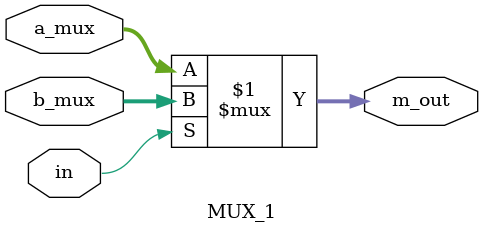
<source format=v>
`timescale 1ns / 1ps
module MUX_1(
    input [31:0] a_mux,
    input [31:0] b_mux,
    input in,
    output [31:0] m_out
);
assign m_out = in ? b_mux : a_mux ;
endmodule 

</source>
